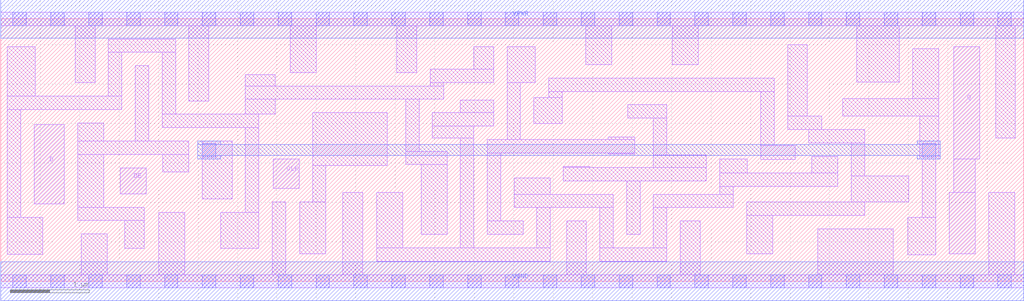
<source format=lef>
# Copyright 2020 The SkyWater PDK Authors
#
# Licensed under the Apache License, Version 2.0 (the "License");
# you may not use this file except in compliance with the License.
# You may obtain a copy of the License at
#
#     https://www.apache.org/licenses/LICENSE-2.0
#
# Unless required by applicable law or agreed to in writing, software
# distributed under the License is distributed on an "AS IS" BASIS,
# WITHOUT WARRANTIES OR CONDITIONS OF ANY KIND, either express or implied.
# See the License for the specific language governing permissions and
# limitations under the License.
#
# SPDX-License-Identifier: Apache-2.0

VERSION 5.7 ;
  NOWIREEXTENSIONATPIN ON ;
  DIVIDERCHAR "/" ;
  BUSBITCHARS "[]" ;
UNITS
  DATABASE MICRONS 200 ;
END UNITS
MACRO sky130_fd_sc_hs__edfxtp_1
  CLASS CORE ;
  FOREIGN sky130_fd_sc_hs__edfxtp_1 ;
  ORIGIN  0.000000  0.000000 ;
  SIZE  12.96000 BY  3.330000 ;
  SYMMETRY X Y ;
  SITE unit ;
  PIN D
    ANTENNAGATEAREA  0.126000 ;
    DIRECTION INPUT ;
    USE SIGNAL ;
    PORT
      LAYER li1 ;
        RECT 0.425000 0.980000 0.805000 1.990000 ;
    END
  END D
  PIN DE
    ANTENNAGATEAREA  0.285000 ;
    DIRECTION INPUT ;
    USE SIGNAL ;
    PORT
      LAYER li1 ;
        RECT 1.515000 1.110000 1.845000 1.440000 ;
    END
  END DE
  PIN Q
    ANTENNADIFFAREA  0.518900 ;
    DIRECTION OUTPUT ;
    USE SIGNAL ;
    PORT
      LAYER li1 ;
        RECT 12.015000 0.350000 12.345000 1.130000 ;
        RECT 12.075000 1.130000 12.345000 1.550000 ;
        RECT 12.075000 1.550000 12.405000 2.980000 ;
    END
  END Q
  PIN CLK
    ANTENNAGATEAREA  0.279000 ;
    DIRECTION INPUT ;
    USE CLOCK ;
    PORT
      LAYER li1 ;
        RECT 3.450000 1.180000 3.780000 1.550000 ;
    END
  END CLK
  PIN VGND
    DIRECTION INOUT ;
    USE GROUND ;
    PORT
      LAYER met1 ;
        RECT 0.000000 -0.245000 12.960000 0.245000 ;
    END
  END VGND
  PIN VPWR
    DIRECTION INOUT ;
    USE POWER ;
    PORT
      LAYER met1 ;
        RECT 0.000000 3.085000 12.960000 3.575000 ;
    END
  END VPWR
  OBS
    LAYER li1 ;
      RECT  0.000000 -0.085000 12.960000 0.085000 ;
      RECT  0.000000  3.245000 12.960000 3.415000 ;
      RECT  0.085000  0.340000  0.530000 0.810000 ;
      RECT  0.085000  0.810000  0.255000 2.180000 ;
      RECT  0.085000  2.180000  1.535000 2.350000 ;
      RECT  0.085000  2.350000  0.435000 2.980000 ;
      RECT  0.945000  2.520000  1.195000 3.245000 ;
      RECT  0.975000  0.770000  1.820000 0.940000 ;
      RECT  0.975000  0.940000  1.305000 1.610000 ;
      RECT  0.975000  1.610000  2.385000 1.780000 ;
      RECT  0.975000  1.780000  1.305000 2.010000 ;
      RECT  1.020000  0.085000  1.350000 0.600000 ;
      RECT  1.365000  2.350000  1.535000 2.905000 ;
      RECT  1.365000  2.905000  2.215000 3.075000 ;
      RECT  1.570000  0.415000  1.820000 0.770000 ;
      RECT  1.705000  1.780000  1.875000 2.735000 ;
      RECT  2.000000  0.085000  2.330000 0.875000 ;
      RECT  2.045000  1.950000  3.270000 2.120000 ;
      RECT  2.045000  2.120000  2.215000 2.905000 ;
      RECT  2.055000  1.385000  2.385000 1.610000 ;
      RECT  2.385000  2.290000  2.635000 3.245000 ;
      RECT  2.555000  1.045000  2.930000 1.780000 ;
      RECT  2.790000  0.415000  3.270000 0.875000 ;
      RECT  3.100000  0.875000  3.270000 1.950000 ;
      RECT  3.100000  2.120000  3.475000 2.310000 ;
      RECT  3.100000  2.310000  5.610000 2.480000 ;
      RECT  3.100000  2.480000  3.475000 2.620000 ;
      RECT  3.440000  0.085000  3.610000 1.010000 ;
      RECT  3.670000  2.650000  4.000000 3.245000 ;
      RECT  3.790000  0.350000  4.120000 1.010000 ;
      RECT  3.950000  1.010000  4.120000 1.470000 ;
      RECT  3.950000  1.470000  4.900000 2.140000 ;
      RECT  4.335000  0.085000  4.585000 1.130000 ;
      RECT  4.765000  0.255000  6.960000 0.425000 ;
      RECT  4.765000  0.425000  5.095000 1.130000 ;
      RECT  5.020000  2.650000  5.270000 3.245000 ;
      RECT  5.130000  1.480000  5.655000 1.650000 ;
      RECT  5.130000  1.650000  5.300000 2.310000 ;
      RECT  5.325000  0.595000  5.655000 1.480000 ;
      RECT  5.440000  2.480000  5.610000 2.520000 ;
      RECT  5.440000  2.520000  6.245000 2.690000 ;
      RECT  5.470000  1.820000  5.995000 1.970000 ;
      RECT  5.470000  1.970000  6.245000 2.140000 ;
      RECT  5.825000  0.425000  5.995000 1.820000 ;
      RECT  5.825000  2.140000  6.245000 2.300000 ;
      RECT  5.995000  2.690000  6.245000 2.980000 ;
      RECT  6.165000  0.595000  6.620000 0.765000 ;
      RECT  6.165000  0.765000  6.335000 1.630000 ;
      RECT  6.165000  1.630000  8.030000 1.800000 ;
      RECT  6.415000  1.800000  6.585000 2.520000 ;
      RECT  6.415000  2.520000  6.775000 2.980000 ;
      RECT  6.505000  0.935000  7.760000 1.105000 ;
      RECT  6.505000  1.105000  6.960000 1.310000 ;
      RECT  6.755000  2.000000  7.115000 2.330000 ;
      RECT  6.790000  0.425000  6.960000 0.935000 ;
      RECT  6.945000  2.330000  7.115000 2.410000 ;
      RECT  6.945000  2.410000  9.800000 2.580000 ;
      RECT  7.130000  1.275000  8.940000 1.445000 ;
      RECT  7.130000  1.445000  7.460000 1.460000 ;
      RECT  7.170000  0.085000  7.420000 0.765000 ;
      RECT  7.410000  2.750000  7.740000 3.245000 ;
      RECT  7.590000  0.255000  8.440000 0.425000 ;
      RECT  7.590000  0.425000  7.760000 0.935000 ;
      RECT  7.700000  1.615000  8.030000 1.630000 ;
      RECT  7.700000  1.800000  8.030000 1.830000 ;
      RECT  7.930000  0.595000  8.100000 1.275000 ;
      RECT  7.945000  2.070000  8.440000 2.240000 ;
      RECT  8.270000  0.425000  8.440000 0.935000 ;
      RECT  8.270000  0.935000  9.280000 1.105000 ;
      RECT  8.270000  1.445000  8.940000 1.605000 ;
      RECT  8.270000  1.605000  8.440000 2.070000 ;
      RECT  8.505000  2.750000  8.835000 3.245000 ;
      RECT  8.610000  0.085000  8.860000 0.765000 ;
      RECT  9.110000  1.105000  9.280000 1.205000 ;
      RECT  9.110000  1.205000 10.605000 1.375000 ;
      RECT  9.110000  1.375000  9.460000 1.550000 ;
      RECT  9.450000  0.350000  9.780000 0.835000 ;
      RECT  9.450000  0.835000 10.945000 1.005000 ;
      RECT  9.630000  1.545000 10.065000 1.725000 ;
      RECT  9.630000  1.725000  9.800000 2.410000 ;
      RECT  9.970000  1.925000 10.405000 2.095000 ;
      RECT  9.970000  2.095000 10.220000 3.000000 ;
      RECT 10.235000  1.755000 10.945000 1.925000 ;
      RECT 10.275000  1.375000 10.605000 1.585000 ;
      RECT 10.350000  0.085000 11.310000 0.665000 ;
      RECT 10.665000  2.095000 11.885000 2.320000 ;
      RECT 10.775000  1.005000 11.505000 1.335000 ;
      RECT 10.775000  1.335000 10.945000 1.755000 ;
      RECT 10.845000  2.525000 11.385000 3.245000 ;
      RECT 11.490000  0.335000 11.845000 0.810000 ;
      RECT 11.555000  2.320000 11.885000 2.950000 ;
      RECT 11.645000  1.550000 11.885000 2.095000 ;
      RECT 11.675000  0.810000 11.845000 1.550000 ;
      RECT 12.515000  0.085000 12.845000 1.130000 ;
      RECT 12.605000  1.820000 12.855000 3.245000 ;
    LAYER mcon ;
      RECT  0.155000 -0.085000  0.325000 0.085000 ;
      RECT  0.155000  3.245000  0.325000 3.415000 ;
      RECT  0.635000 -0.085000  0.805000 0.085000 ;
      RECT  0.635000  3.245000  0.805000 3.415000 ;
      RECT  1.115000 -0.085000  1.285000 0.085000 ;
      RECT  1.115000  3.245000  1.285000 3.415000 ;
      RECT  1.595000 -0.085000  1.765000 0.085000 ;
      RECT  1.595000  3.245000  1.765000 3.415000 ;
      RECT  2.075000 -0.085000  2.245000 0.085000 ;
      RECT  2.075000  3.245000  2.245000 3.415000 ;
      RECT  2.555000 -0.085000  2.725000 0.085000 ;
      RECT  2.555000  1.580000  2.725000 1.750000 ;
      RECT  2.555000  3.245000  2.725000 3.415000 ;
      RECT  3.035000 -0.085000  3.205000 0.085000 ;
      RECT  3.035000  3.245000  3.205000 3.415000 ;
      RECT  3.515000 -0.085000  3.685000 0.085000 ;
      RECT  3.515000  3.245000  3.685000 3.415000 ;
      RECT  3.995000 -0.085000  4.165000 0.085000 ;
      RECT  3.995000  3.245000  4.165000 3.415000 ;
      RECT  4.475000 -0.085000  4.645000 0.085000 ;
      RECT  4.475000  3.245000  4.645000 3.415000 ;
      RECT  4.955000 -0.085000  5.125000 0.085000 ;
      RECT  4.955000  3.245000  5.125000 3.415000 ;
      RECT  5.435000 -0.085000  5.605000 0.085000 ;
      RECT  5.435000  3.245000  5.605000 3.415000 ;
      RECT  5.915000 -0.085000  6.085000 0.085000 ;
      RECT  5.915000  3.245000  6.085000 3.415000 ;
      RECT  6.395000 -0.085000  6.565000 0.085000 ;
      RECT  6.395000  3.245000  6.565000 3.415000 ;
      RECT  6.875000 -0.085000  7.045000 0.085000 ;
      RECT  6.875000  3.245000  7.045000 3.415000 ;
      RECT  7.355000 -0.085000  7.525000 0.085000 ;
      RECT  7.355000  3.245000  7.525000 3.415000 ;
      RECT  7.835000 -0.085000  8.005000 0.085000 ;
      RECT  7.835000  3.245000  8.005000 3.415000 ;
      RECT  8.315000 -0.085000  8.485000 0.085000 ;
      RECT  8.315000  3.245000  8.485000 3.415000 ;
      RECT  8.795000 -0.085000  8.965000 0.085000 ;
      RECT  8.795000  3.245000  8.965000 3.415000 ;
      RECT  9.275000 -0.085000  9.445000 0.085000 ;
      RECT  9.275000  3.245000  9.445000 3.415000 ;
      RECT  9.755000 -0.085000  9.925000 0.085000 ;
      RECT  9.755000  3.245000  9.925000 3.415000 ;
      RECT 10.235000 -0.085000 10.405000 0.085000 ;
      RECT 10.235000  3.245000 10.405000 3.415000 ;
      RECT 10.715000 -0.085000 10.885000 0.085000 ;
      RECT 10.715000  3.245000 10.885000 3.415000 ;
      RECT 11.195000 -0.085000 11.365000 0.085000 ;
      RECT 11.195000  3.245000 11.365000 3.415000 ;
      RECT 11.675000 -0.085000 11.845000 0.085000 ;
      RECT 11.675000  1.580000 11.845000 1.750000 ;
      RECT 11.675000  3.245000 11.845000 3.415000 ;
      RECT 12.155000 -0.085000 12.325000 0.085000 ;
      RECT 12.155000  3.245000 12.325000 3.415000 ;
      RECT 12.635000 -0.085000 12.805000 0.085000 ;
      RECT 12.635000  3.245000 12.805000 3.415000 ;
    LAYER met1 ;
      RECT  2.495000 1.550000  2.785000 1.595000 ;
      RECT  2.495000 1.595000 11.905000 1.735000 ;
      RECT  2.495000 1.735000  2.785000 1.780000 ;
      RECT 11.615000 1.550000 11.905000 1.595000 ;
      RECT 11.615000 1.735000 11.905000 1.780000 ;
  END
END sky130_fd_sc_hs__edfxtp_1
END LIBRARY

</source>
